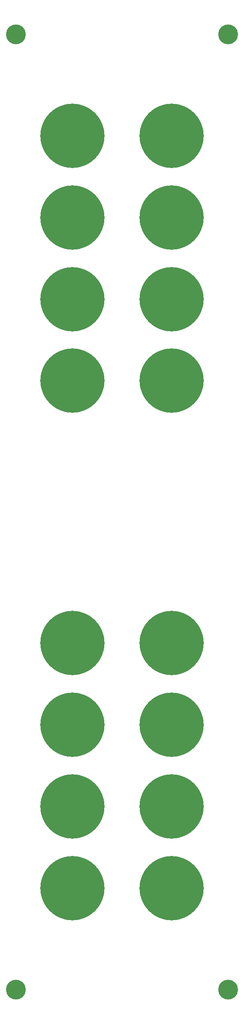
<source format=gbr>
%TF.GenerationSoftware,KiCad,Pcbnew,8.0.2*%
%TF.CreationDate,2024-06-03T22:39:04+02:00*%
%TF.ProjectId,Buffered Mult,42756666-6572-4656-9420-4d756c742e6b,1*%
%TF.SameCoordinates,Original*%
%TF.FileFunction,Soldermask,Top*%
%TF.FilePolarity,Negative*%
%FSLAX46Y46*%
G04 Gerber Fmt 4.6, Leading zero omitted, Abs format (unit mm)*
G04 Created by KiCad (PCBNEW 8.0.2) date 2024-06-03 22:39:04*
%MOMM*%
%LPD*%
G01*
G04 APERTURE LIST*
%ADD10C,0.500000*%
%ADD11C,13.000000*%
%ADD12C,4.000000*%
G04 APERTURE END LIST*
D10*
%TO.C,H18*%
X104300000Y-189500000D03*
X105960000Y-185470000D03*
X105970000Y-193540000D03*
X110000000Y-183800000D03*
D11*
X110000000Y-189500000D03*
D10*
X110000000Y-195200000D03*
X114030000Y-193540000D03*
X114040000Y-185470000D03*
X115700000Y-189500000D03*
%TD*%
%TO.C,H17*%
X84300000Y-189500000D03*
X85960000Y-185470000D03*
X85970000Y-193540000D03*
X90000000Y-183800000D03*
D11*
X90000000Y-189500000D03*
D10*
X90000000Y-195200000D03*
X94030000Y-193540000D03*
X94040000Y-185470000D03*
X95700000Y-189500000D03*
%TD*%
%TO.C,H15*%
X84300000Y-173000000D03*
X85960000Y-168970000D03*
X85970000Y-177040000D03*
X90000000Y-167300000D03*
D11*
X90000000Y-173000000D03*
D10*
X90000000Y-178700000D03*
X94030000Y-177040000D03*
X94040000Y-168970000D03*
X95700000Y-173000000D03*
%TD*%
%TO.C,H16*%
X104300000Y-173000000D03*
X105960000Y-168970000D03*
X105970000Y-177040000D03*
X110000000Y-167300000D03*
D11*
X110000000Y-173000000D03*
D10*
X110000000Y-178700000D03*
X114030000Y-177040000D03*
X114040000Y-168970000D03*
X115700000Y-173000000D03*
%TD*%
%TO.C,H20*%
X104300000Y-206000000D03*
X105960000Y-201970000D03*
X105970000Y-210040000D03*
X110000000Y-200300000D03*
D11*
X110000000Y-206000000D03*
D10*
X110000000Y-211700000D03*
X114030000Y-210040000D03*
X114040000Y-201970000D03*
X115700000Y-206000000D03*
%TD*%
%TO.C,H19*%
X84300000Y-206000000D03*
X85960000Y-201970000D03*
X85970000Y-210040000D03*
X90000000Y-200300000D03*
D11*
X90000000Y-206000000D03*
D10*
X90000000Y-211700000D03*
X94030000Y-210040000D03*
X94040000Y-201970000D03*
X95700000Y-206000000D03*
%TD*%
%TO.C,H7*%
X84300000Y-70500000D03*
X85960000Y-66470000D03*
X85970000Y-74540000D03*
X90000000Y-64800000D03*
D11*
X90000000Y-70500000D03*
D10*
X90000000Y-76200000D03*
X94030000Y-74540000D03*
X94040000Y-66470000D03*
X95700000Y-70500000D03*
%TD*%
%TO.C,H11*%
X84300000Y-103500000D03*
X85960000Y-99470000D03*
X85970000Y-107540000D03*
X90000000Y-97800000D03*
D11*
X90000000Y-103500000D03*
D10*
X90000000Y-109200000D03*
X94030000Y-107540000D03*
X94040000Y-99470000D03*
X95700000Y-103500000D03*
%TD*%
%TO.C,H12*%
X104300000Y-103500000D03*
X105960000Y-99470000D03*
X105970000Y-107540000D03*
X110000000Y-97800000D03*
D11*
X110000000Y-103500000D03*
D10*
X110000000Y-109200000D03*
X114030000Y-107540000D03*
X114040000Y-99470000D03*
X115700000Y-103500000D03*
%TD*%
%TO.C,H9*%
X84300000Y-87000000D03*
X85960000Y-82970000D03*
X85970000Y-91040000D03*
X90000000Y-81300000D03*
D11*
X90000000Y-87000000D03*
D10*
X90000000Y-92700000D03*
X94030000Y-91040000D03*
X94040000Y-82970000D03*
X95700000Y-87000000D03*
%TD*%
%TO.C,H8*%
X104300000Y-70500000D03*
X105960000Y-66470000D03*
X105970000Y-74540000D03*
X110000000Y-64800000D03*
D11*
X110000000Y-70500000D03*
D10*
X110000000Y-76200000D03*
X114030000Y-74540000D03*
X114040000Y-66470000D03*
X115700000Y-70500000D03*
%TD*%
%TO.C,H10*%
X104300000Y-87000000D03*
X105960000Y-82970000D03*
X105970000Y-91040000D03*
X110000000Y-81300000D03*
D11*
X110000000Y-87000000D03*
D10*
X110000000Y-92700000D03*
X114030000Y-91040000D03*
X114040000Y-82970000D03*
X115700000Y-87000000D03*
%TD*%
D12*
%TO.C,H2*%
X121500000Y-33500000D03*
%TD*%
D10*
%TO.C,H5*%
X84300000Y-54000000D03*
X85960000Y-49970000D03*
X85970000Y-58040000D03*
X90000000Y-48300000D03*
D11*
X90000000Y-54000000D03*
D10*
X90000000Y-59700000D03*
X94030000Y-58040000D03*
X94040000Y-49970000D03*
X95700000Y-54000000D03*
%TD*%
%TO.C,H6*%
X104300000Y-54000000D03*
X105960000Y-49970000D03*
X105970000Y-58040000D03*
X110000000Y-48300000D03*
D11*
X110000000Y-54000000D03*
D10*
X110000000Y-59700000D03*
X114030000Y-58040000D03*
X114040000Y-49970000D03*
X115700000Y-54000000D03*
%TD*%
D12*
%TO.C,H3*%
X78500000Y-226500000D03*
%TD*%
D10*
%TO.C,H14*%
X104300000Y-156500000D03*
X105960000Y-152470000D03*
X105970000Y-160540000D03*
X110000000Y-150800000D03*
D11*
X110000000Y-156500000D03*
D10*
X110000000Y-162200000D03*
X114030000Y-160540000D03*
X114040000Y-152470000D03*
X115700000Y-156500000D03*
%TD*%
D12*
%TO.C,H4*%
X121500000Y-226500000D03*
%TD*%
D10*
%TO.C,H13*%
X84300000Y-156500000D03*
X85960000Y-152470000D03*
X85970000Y-160540000D03*
X90000000Y-150800000D03*
D11*
X90000000Y-156500000D03*
D10*
X90000000Y-162200000D03*
X94030000Y-160540000D03*
X94040000Y-152470000D03*
X95700000Y-156500000D03*
%TD*%
D12*
%TO.C,H1*%
X78500000Y-33500000D03*
%TD*%
M02*

</source>
